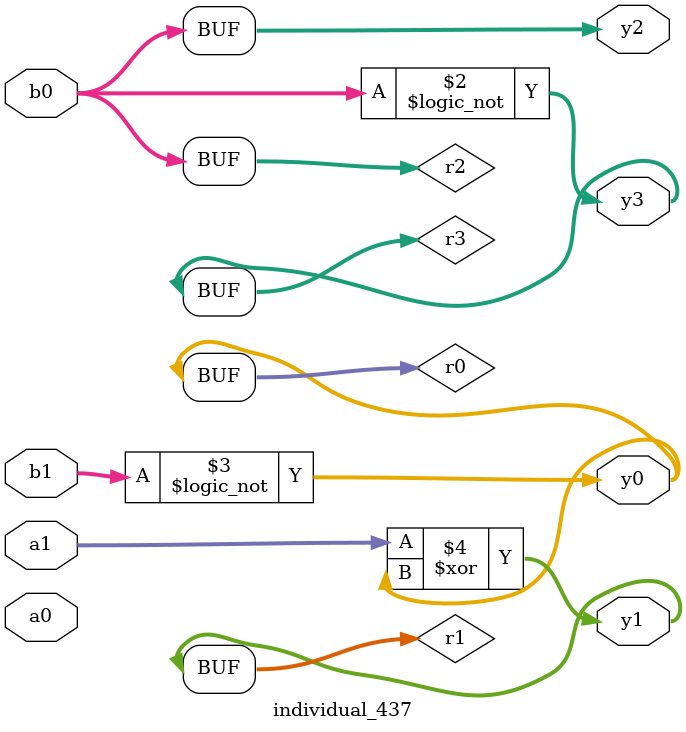
<source format=sv>
module individual_437(input logic [15:0] a1, input logic [15:0] a0, input logic [15:0] b1, input logic [15:0] b0, output logic [15:0] y3, output logic [15:0] y2, output logic [15:0] y1, output logic [15:0] y0);
logic [15:0] r0, r1, r2, r3; 
 always@(*) begin 
	 r0 = a0; r1 = a1; r2 = b0; r3 = b1; 
 	 r3 = ! r2 ;
 	 r0 = ! b1 ;
 	 r1  ^=  r0 ;
 	 y3 = r3; y2 = r2; y1 = r1; y0 = r0; 
end
endmodule
</source>
